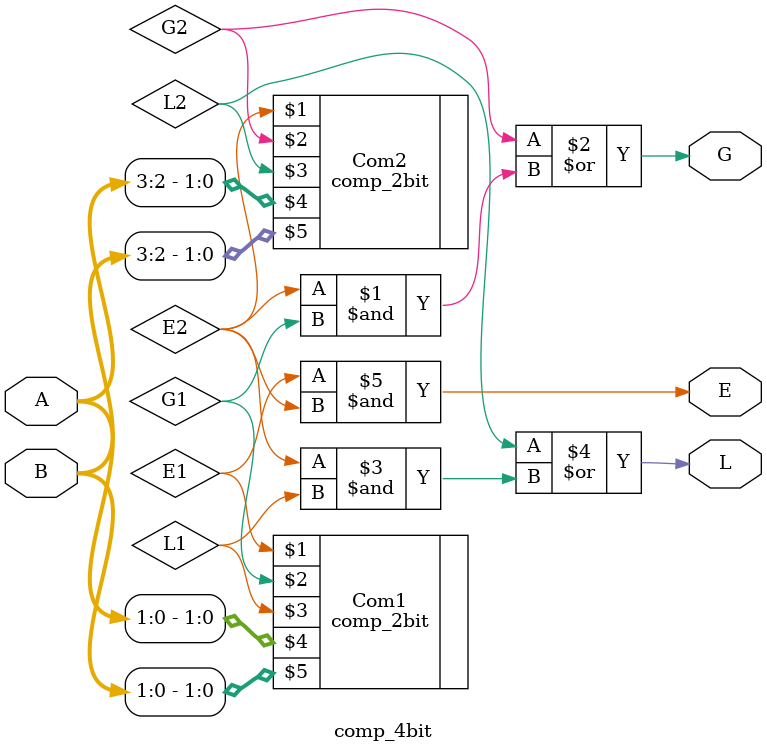
<source format=v>
`timescale 1ns / 1ps


module comp_4bit(output E,G,L, input [3:0]A,B);
wire w1,w2;
wire E1,E2,G1,G2,L1,L2;

    // Logic
    comp_2bit Com1(E1,G1,L1,A[1:0],B[1:0]);
    comp_2bit Com2(E2,G2,L2,A[3:2],B[3:2]);

    assign G = (G2)|(E2&G1);
    assign L = (L2)|(E2&L1);
    assign E = E1&E2; 
    
endmodule

</source>
